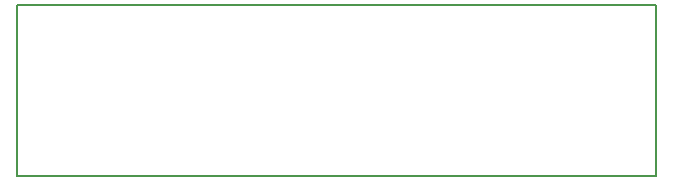
<source format=gbr>
G04 #@! TF.FileFunction,Profile,NP*
%FSLAX46Y46*%
G04 Gerber Fmt 4.6, Leading zero omitted, Abs format (unit mm)*
G04 Created by KiCad (PCBNEW 4.0.7) date 11/27/17 09:39:58*
%MOMM*%
%LPD*%
G01*
G04 APERTURE LIST*
%ADD10C,0.100000*%
%ADD11C,0.150000*%
G04 APERTURE END LIST*
D10*
D11*
X185550000Y-120150000D02*
X185550000Y-105650000D01*
X239650000Y-120150000D02*
X185550000Y-120150000D01*
X239650000Y-105650000D02*
X239650000Y-120150000D01*
X185550000Y-105650000D02*
X239650000Y-105650000D01*
M02*

</source>
